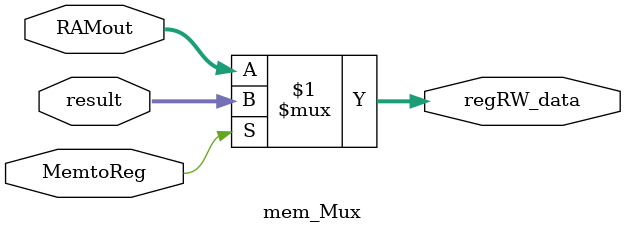
<source format=v>
module mem_Mux(MemtoReg, result, RAMout, regRW_data);

input MemtoReg;
input [31:0] result;
input [31:0] RAMout;

output [31:0] regRW_data;
//Swapped result and RAMout to fit the Control Unit
assign regRW_data= MemtoReg?result:RAMout;
/*
always @(MemtoReg) begin
case(MemtoReg)

1'b0: regRW_data <= RAMout; //SW
1'b1: regRW_data <= result; //Arithmetic
 
endcase
end
*/
/*
always @(MemtoReg) begin

if(MemtoReg == 1) begin
regRW_data <= result;
end else begin
regRW_data <= RAMout;
end

end*/

endmodule 
</source>
